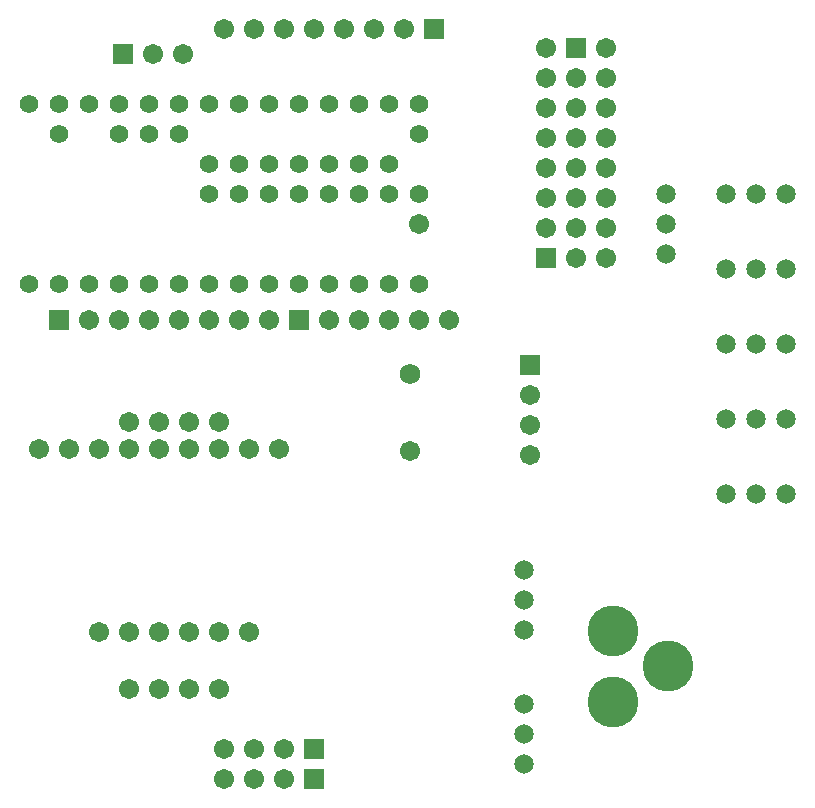
<source format=gbs>
G04 DipTrace Beta 2.9.0.1*
G04 TeensyArbotixPro.gbs*
%MOIN*%
G04 #@! TF.FileFunction,Soldermask,Bot*
G04 #@! TF.Part,Single*
%ADD33C,0.065199*%
%ADD52C,0.06194*%
%ADD53C,0.17*%
%ADD66C,0.067055*%
%ADD77C,0.068*%
%ADD95R,0.067055X0.067055*%
%ADD101C,0.067055*%
%FSLAX26Y26*%
G04*
G70*
G90*
G75*
G01*
G04 BotMask*
%LPD*%
D33*
X2150850Y1189000D3*
Y1089000D3*
Y989000D3*
Y744000D3*
Y644000D3*
Y544000D3*
D101*
X835850Y984000D3*
X935850D3*
X1035850D3*
X735850D3*
X935850Y1684000D3*
X1035850D3*
X1135850D3*
X835850D3*
X1135850Y984000D3*
X1235850D3*
D95*
X1850850Y2994000D3*
D101*
X1750850D3*
X1650850D3*
X1550850D3*
X1450850D3*
X1350850D3*
X1250850D3*
X1150850D3*
D95*
X2325850Y2929000D3*
D101*
X2425850D3*
X2325850Y2829000D3*
X2425850D3*
X2325850Y2729000D3*
X2425850D3*
X2325850Y2629000D3*
X2425850D3*
X2325850Y2529000D3*
X2425850D3*
X2325850Y2429000D3*
X2425850D3*
X2325850Y2329000D3*
X2425850D3*
X2325850Y2229000D3*
X2425850D3*
D95*
X2225850D3*
D101*
Y2329000D3*
Y2429000D3*
Y2529000D3*
Y2629000D3*
Y2729000D3*
Y2829000D3*
Y2929000D3*
D95*
X2170850Y1874000D3*
D101*
Y1774000D3*
Y1674000D3*
Y1574000D3*
D95*
X815850Y2909000D3*
D101*
X915850D3*
X1015850D3*
D95*
X1450850Y594000D3*
D101*
X1350850D3*
X1250850D3*
X1150850D3*
D33*
X3025850Y1444000D3*
X2925850D3*
X2825850D3*
X3025850Y1694000D3*
X2925850D3*
X2825850D3*
X3025850Y1944000D3*
X2925850D3*
X2825850D3*
X3025850Y2194000D3*
X2925850D3*
X2825850D3*
X3025850Y2444000D3*
X2925850D3*
X2825850D3*
X2625850Y2244000D3*
Y2344000D3*
Y2444000D3*
D95*
X600850Y2024000D3*
D101*
X700850D3*
X800850D3*
X900850D3*
X1000850D3*
X1100850D3*
X1200850D3*
X1300850D3*
D95*
X1400850D3*
D101*
X1500850D3*
X1600850D3*
X1700850D3*
X1800850D3*
X1900850D3*
D95*
X1450850Y494000D3*
D101*
X1350850D3*
X1250850D3*
X1150850D3*
X1235850Y1594000D3*
X1135850D3*
X1035850D3*
X1335850D3*
X1035850Y794000D3*
X935850D3*
X835850D3*
X1135850D3*
X935850Y1594000D3*
X835850D3*
X635850D3*
X535850D3*
X735850D3*
D77*
X1772898Y1842000D3*
D101*
Y1586047D3*
D52*
X500850Y2144000D3*
X600850D3*
X700850D3*
X800850D3*
X900850D3*
X1000850D3*
X1100850D3*
X1200850D3*
X1300850D3*
X1400850D3*
X1500850D3*
X1600850D3*
X1700850D3*
X1800850D3*
Y2444000D3*
Y2644000D3*
Y2744000D3*
X1700850D3*
X1600850D3*
X1500850D3*
X1400850D3*
X1300850D3*
X1200850D3*
X1100850D3*
X1000850D3*
X900850D3*
X800850D3*
X700850D3*
X600850D3*
X500850D3*
X600850Y2644000D3*
X800850D3*
X900850D3*
X1000850D3*
X1700850Y2444000D3*
Y2544000D3*
X1600850Y2444000D3*
X1500850D3*
X1400850D3*
X1300850D3*
X1600850Y2544000D3*
X1500850D3*
X1400850D3*
X1300850D3*
X1200850D3*
X1100850D3*
X1200850Y2444000D3*
X1100850D3*
D53*
X2446850Y987000D3*
Y750780D3*
X2631890Y868890D3*
D66*
X1800850Y2344000D3*
M02*

</source>
